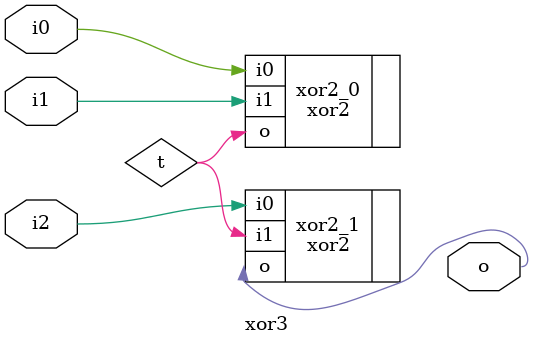
<source format=v>
module xor3 (
    input wire i0,       // in operand i0
    input wire i1,       // in operand i1
    input wire i2,       // in operand i2
    
    output wire o        // out signal o
);

    wire t;

    xor2 xor2_0 (
        .i0(i0),
        .i1(i1),
        .o(t)
    ); // Module

    xor2 xor2_1 (
        .i0(i2),
        .i1(t),
        .o(o)
    ); // Module

endmodule
</source>
